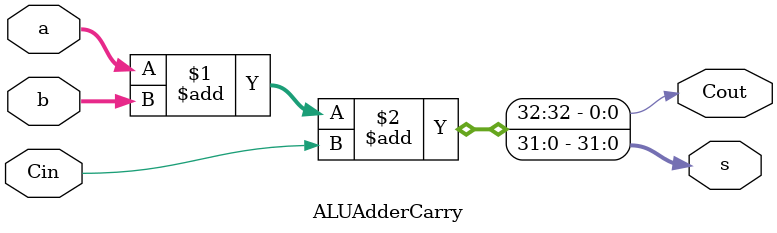
<source format=sv>
/**
* Costa Rica Institute of Technology
* @author Kendall González
* Computer Architecture
* ASIP
*/

module ALUAdderCarry #(parameter ALUSize = 32) (a, b, Cin, s, Cout);
	
	// Inputs and outputs
	input logic [ALUSize-1:0] a, b;
	input logic Cin;
	output logic [ALUSize-1:0] s;
	output logic Cout;
							
	assign {Cout, s} = a + b + Cin;

endmodule
</source>
